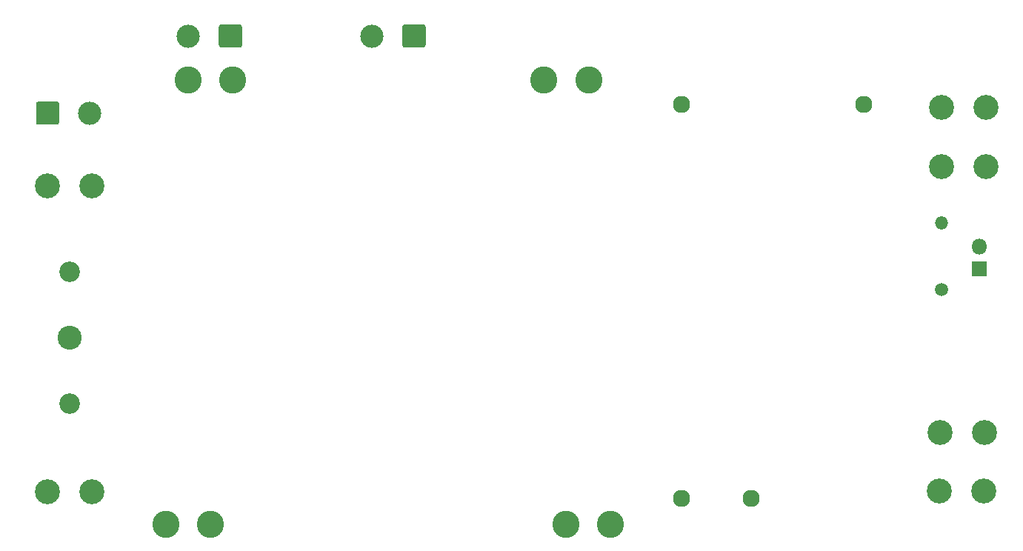
<source format=gbs>
G04 #@! TF.GenerationSoftware,KiCad,Pcbnew,(5.1.6)-1*
G04 #@! TF.CreationDate,2022-02-26T06:54:02-05:00*
G04 #@! TF.ProjectId,C64-PSU-NA,4336342d-5053-4552-9d4e-412e6b696361,rev?*
G04 #@! TF.SameCoordinates,Original*
G04 #@! TF.FileFunction,Soldermask,Bot*
G04 #@! TF.FilePolarity,Negative*
%FSLAX46Y46*%
G04 Gerber Fmt 4.6, Leading zero omitted, Abs format (unit mm)*
G04 Created by KiCad (PCBNEW (5.1.6)-1) date 2022-02-26 06:54:02*
%MOMM*%
%LPD*%
G01*
G04 APERTURE LIST*
%ADD10C,3.100000*%
%ADD11C,2.350000*%
%ADD12C,2.750000*%
%ADD13C,2.845000*%
%ADD14R,1.800000X1.800000*%
%ADD15O,1.800000X1.800000*%
%ADD16C,1.960000*%
%ADD17C,1.500000*%
%ADD18O,1.500000X1.500000*%
%ADD19C,2.650000*%
G04 APERTURE END LIST*
D10*
X96699400Y-121276800D03*
X101799400Y-121276800D03*
X142399400Y-121276800D03*
X147499400Y-121276800D03*
X144999400Y-70476800D03*
X139899400Y-70476800D03*
X104299400Y-70476800D03*
X99199400Y-70476800D03*
D11*
X85699600Y-107449000D03*
X85699600Y-92449000D03*
D12*
X85699600Y-99949000D03*
D13*
X83134200Y-117525800D03*
X88214200Y-117525800D03*
X88214200Y-82626200D03*
X83134200Y-82626200D03*
X185343800Y-80416400D03*
X190423800Y-80416400D03*
X190449200Y-73634600D03*
X185369200Y-73634600D03*
X185115200Y-117449600D03*
X190195200Y-117449600D03*
X190220600Y-110769400D03*
X185140600Y-110769400D03*
D14*
X189687200Y-92075000D03*
D15*
X189687200Y-89535000D03*
D16*
X163614400Y-118288200D03*
X155614400Y-118288200D03*
X176414400Y-73288200D03*
X155614400Y-73288200D03*
D17*
X185343800Y-94462600D03*
D18*
X185343800Y-86842600D03*
G36*
G01*
X105388800Y-64390603D02*
X105388800Y-66520997D01*
G75*
G02*
X105128997Y-66780800I-259803J0D01*
G01*
X102998603Y-66780800D01*
G75*
G02*
X102738800Y-66520997I0J259803D01*
G01*
X102738800Y-64390603D01*
G75*
G02*
X102998603Y-64130800I259803J0D01*
G01*
X105128997Y-64130800D01*
G75*
G02*
X105388800Y-64390603I0J-259803D01*
G01*
G37*
D19*
X99263800Y-65455800D03*
X87959600Y-74269600D03*
G36*
G01*
X81834600Y-75334797D02*
X81834600Y-73204403D01*
G75*
G02*
X82094403Y-72944600I259803J0D01*
G01*
X84224797Y-72944600D01*
G75*
G02*
X84484600Y-73204403I0J-259803D01*
G01*
X84484600Y-75334797D01*
G75*
G02*
X84224797Y-75594600I-259803J0D01*
G01*
X82094403Y-75594600D01*
G75*
G02*
X81834600Y-75334797I0J259803D01*
G01*
G37*
G36*
G01*
X126369200Y-64390603D02*
X126369200Y-66520997D01*
G75*
G02*
X126109397Y-66780800I-259803J0D01*
G01*
X123979003Y-66780800D01*
G75*
G02*
X123719200Y-66520997I0J259803D01*
G01*
X123719200Y-64390603D01*
G75*
G02*
X123979003Y-64130800I259803J0D01*
G01*
X126109397Y-64130800D01*
G75*
G02*
X126369200Y-64390603I0J-259803D01*
G01*
G37*
X120244200Y-65455800D03*
M02*

</source>
